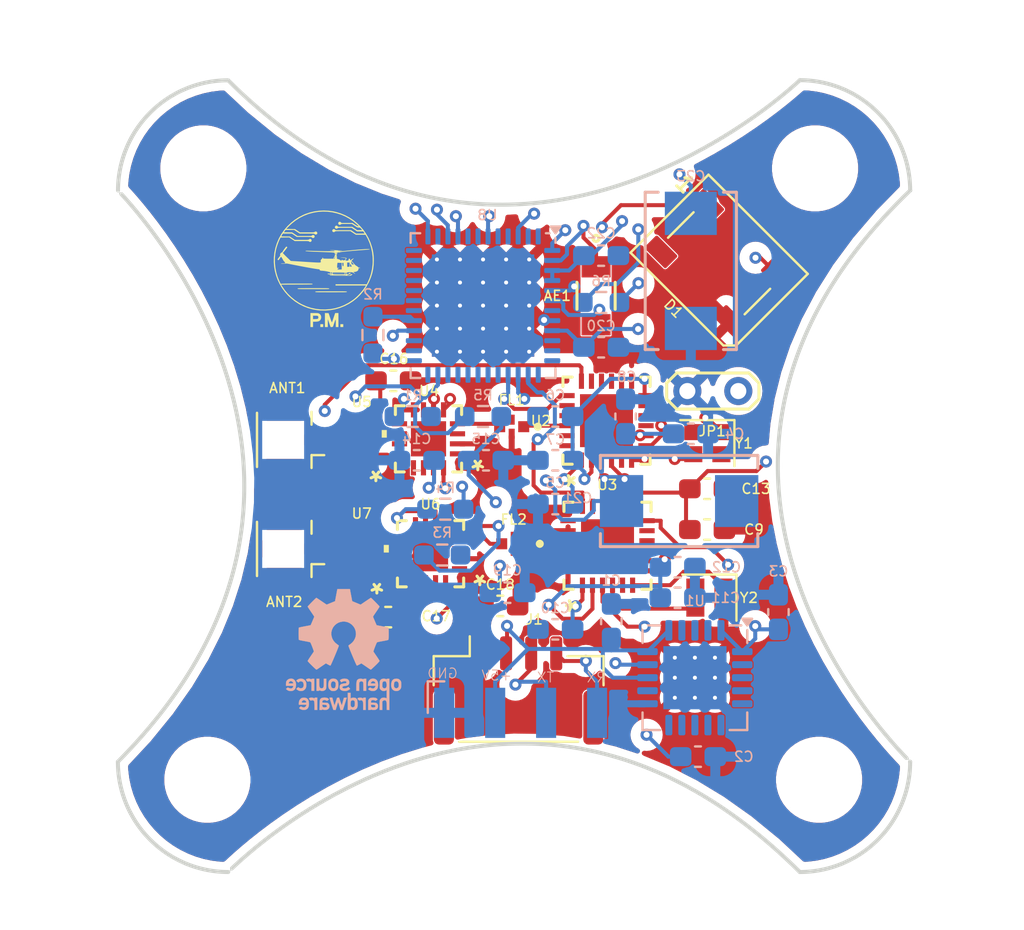
<source format=kicad_pcb>
(kicad_pcb (version 20240108) (generator "pcbnew") (generator_version "8.0")
  (layers (0 "F.Cu" signal) (1 "In1.Cu" signal) (2 "In2.Cu" signal) (31 "B.Cu" signal) (34 "B.Paste" user) (35 "F.Paste" user) (36 "B.SilkS" user "B.Silkscreen") (37 "F.SilkS" user "F.Silkscreen") (38 "B.Mask" user) (39 "F.Mask" user) (44 "Edge.Cuts" user))
  (net 0 "")
  (net 1 "Net-(U8-LNA_IN)")
  (net 2 "/RFX2401C_ANT1/ANT1")
  (net 3 "GND")
  (net 4 "/RFX2401C_ANT2/ANT2")
  (net 5 "+5V")
  (net 6 "Net-(U1-NR)")
  (net 7 "+3.3V")
  (net 8 "Net-(U2-VR_PA)")
  (net 9 "/SX1280_ANT1/VDD_INN")
  (net 10 "Net-(U3-VR_PA)")
  (net 11 "/SX1280_ANT2/VDD_INN")
  (net 12 "/RFX2401C_ANT1/FL1")
  (net 13 "/RFX2401C_ANT2/FL2")
  (net 14 "Net-(U8-EN)")
  (net 15 "Net-(D1-DIN)")
  (net 17 "/RFX2401C_ANT1/TXRX_1")
  (net 18 "/SX1280_ANT1/RFIO")
  (net 19 "/RFX2401C_ANT2/TXRX_2")
  (net 20 "/SX1280_ANT2/RFIO")
  (net 21 "/RX")
  (net 22 "/TX")
  (net 23 "Net-(JP1-A)")
  (net 24 "Net-(U4-TXEN)")
  (net 25 "/ESP32/TXEN_1")
  (net 26 "/ESP32/RXEN_1")
  (net 27 "Net-(U4-RXEN)")
  (net 28 "Net-(U6-TXEN)")
  (net 29 "/ESP32/TXEN_2")
  (net 30 "/ESP32/RXEN_2")
  (net 31 "Net-(U6-RXEN)")
  (net 38 "/ESP32/DIO1")
  (net 39 "/SCK")
  (net 40 "/MOSI")
  (net 42 "Net-(U2-XTA)")
  (net 45 "/BUSY_1")
  (net 46 "/RESET")
  (net 47 "/ESP32/NSS_CTS_1")
  (net 48 "Net-(U2-XTB)")
  (net 49 "/MISO")
  (net 53 "/ESP32/NSS_CTS_2")
  (net 54 "Net-(U3-XTB)")
  (net 55 "/ESP32/DIO2")
  (net 56 "Net-(U3-XTA)")
  (net 57 "/BUSY_2")
  (footprint "Capacitor_SMD:C_0603_1608Metric_Pad1.08x0.95mm_HandSolder" (layer "F.Cu") (at 140.9711 82.6008)
    (property "Reference" "C16")
    (property "Value" "220pF" (hide yes))
  )
  (footprint "Connector_Coaxial:U.FL_Hirose_U.FL-R-SMT-1_Vertical" (layer "F.Cu") (at 136.0094 85.5454 180)
    (property "Reference" "ANT1")
    (property "Value" "Conn_Coaxial" (hide yes))
  )
  (footprint "Crystal:Crystal_SMD_2016-4Pin_2.0x1.6mm" (layer "F.Cu") (at 156.6276 85.7084 180)
    (property "Reference" "Y1")
    (property "Value" "52MHz" (hide yes))
  )
  (footprint "RFX2401C:RFX2401C_SKY" (layer "F.Cu") (at 142.8266 91.2248 180)
    (property "Reference" "U6")
    (property "Value" "RFX2401C" (hide yes))
  )
  (footprint "MountingHole:MountingHole_4mm" (layer "F.Cu") (at 162 72)
    (property "Reference" "hole1" (hide yes))
    (property "Value" "MountingHole_4mm" (hide yes))
  )
  (footprint "MountingHole:MountingHole_4mm" (layer "F.Cu") (at 162.2 102.5)
    (property "Reference" "hole4" (hide yes))
    (property "Value" "MountingHole_4mm" (hide yes))
  )
  (footprint "2450FM07D0034T:2450FM07D0034T" (layer "F.Cu") (at 146.8724 84.8868 180)
    (property "Reference" "FL1")
    (property "Value" "2450FM07D0034T" (hide yes))
  )
  (footprint "2450LP14B100:CHIP_SMD_1P6XP8_JOD" (layer "F.Cu") (at 139.3198 85.5328 180)
    (property "Reference" "U5")
    (property "Value" "2450LP14B100" (hide yes))
  )
  (footprint "2450LP14B100:CHIP_SMD_1P6XP8_JOD" (layer "F.Cu") (at 139.369 91.1352 180)
    (property "Reference" "U7")
    (property "Value" "2450LP14B100" (hide yes))
  )
  (footprint "Crystal:Crystal_SMD_2016-4Pin_2.0x1.6mm" (layer "F.Cu") (at 156.7292 93.4124 180)
    (property "Reference" "Y2")
    (property "Value" "52MHz" (hide yes))
  )
  (footprint "TestPoint:TestPoint_2Pads_Pitch2.54mm_Drill0.8mm" (layer "F.Cu") (at 158.1712 83.1088 180)
    (property "Reference" "JP1")
    (property "Value" "Jumper_2_Bridged" (hide yes))
  )
  (footprint "RFX2401C:RFX2401C_SKY" (layer "F.Cu") (at 142.725 85.4924 180)
    (property "Reference" "U4")
    (property "Value" "RFX2401C" (hide yes))
  )
  (footprint "" (layer "F.Cu") (at 131.5 72)
    (property "Reference" "hole2" (hide yes))
    (property "Value" "")
  )
  (footprint "Capacitor_SMD:C_0603_1608Metric_Pad1.08x0.95mm_HandSolder" (layer "F.Cu") (at 146.3051 93.8276)
    (property "Reference" "C18")
    (property "Value" "220pF" (hide yes))
  )
  (footprint "" (layer "F.Cu") (at 131.7 102.5)
    (property "Reference" "hole3" (hide yes))
    (property "Value" "" (hide yes))
  )
  (footprint "Connector_Coaxial:U.FL_Hirose_U.FL-R-SMT-1_Vertical" (layer "F.Cu") (at 136.0094 90.9846 180)
    (property "Reference" "ANT2")
    (property "Value" "Conn_Coaxial" (hide yes))
  )
  (footprint "2450FM07D0034T:2450FM07D0034T" (layer "F.Cu") (at 146.974 90.7288 180)
    (property "Reference" "FL2")
    (property "Value" "2450FM07D0034T" (hide yes))
  )
  (footprint "Connector_JST:JST_GH_SM04B-GHS-TB_1x04-1MP_P1.25mm_Horizontal" (layer "F.Cu") (at 147.2184 98.044)
    (property "Reference" "J1")
    (property "Value" "Conn_01x04_Pin" (hide yes))
  )
  (footprint "Capacitor_SMD:C_0603_1608Metric_Pad1.08x0.95mm_HandSolder" (layer "F.Cu") (at 156.6175 90.0176)
    (property "Reference" "C9")
    (property "Value" "100nF" (hide yes))
  )
  (footprint "LED_SMD:LED_WS2812B_PLCC4_5.0x5.0mm_P3.2mm" (layer "F.Cu") (at 157.2144 76.7344 -45)
    (property "Reference" "D1")
    (property "Value" "WS2812B" (hide yes))
  )
  (footprint "Capacitor_SMD:C_0603_1608Metric_Pad1.08x0.95mm_HandSolder" (layer "F.Cu") (at 140.7171 94.3864)
    (property "Reference" "C17")
    (property "Value" "220pF" (hide yes))
  )
  (footprint "SX1280IMLTRT:QFN24_4X4_SEM" (layer "F.Cu") (at 151.6507 90.8264 90)
    (property "Reference" "U3")
    (property "Value" "SX1280IMLTRT" (hide yes))
  )
  (footprint "SX1280IMLTRT:QFN24_4X4_SEM" (layer "F.Cu") (at 151.5999 84.586 90)
    (property "Reference" "U2")
    (property "Value" "SX1280IMLTRT" (hide yes))
  )
  (footprint "Capacitor_SMD:C_0603_1608Metric_Pad1.08x0.95mm_HandSolder" (layer "F.Cu") (at 156.6175 87.9856)
    (property "Reference" "C13")
    (property "Value" "100nF" (hide yes))
  )
  (footprint "logo:logo" (layer "F.Cu") (at 137.5 77)
    (property "Reference" "G***" (hide yes))
    (property "Value" "LOGO" (hide yes))
  )
  (footprint "W3008:ANT_W3008_PUL" (layer "F.Cu") (at 151.0792 78.3562 -90)
    (property "Reference" "AE1")
    (property "Value" "W3008")
  )
  (footprint "Capacitor_SMD:C_0603_1608Metric_Pad1.08x0.95mm_HandSolder" (layer "B.Cu") (at 152.5524 84.3777 90)
    (property "Reference" "C8")
    (property "Value" "100nF" (hide yes))
  )
  (footprint "Capacitor_SMD:C_0603_1608Metric_Pad1.08x0.95mm_HandSolder" (layer "B.Cu") (at 145.5928 86.5632)
    (property "Reference" "C15")
    (property "Value" "1uF" (hide yes))
  )
  (footprint "ECASD40J106M055K00:ECASD40J106M055K00" (layer "B.Cu") (at 155.2194 88.5952 180)
    (property "Reference" "C21")
    (property "Value" "10uF" (hide yes))
  )
  (footprint "Resistor_SMD:R_0603_1608Metric_Pad0.98x0.95mm_HandSolder" (layer "B.Cu") (at 139.954 80.3129 -90)
    (property "Reference" "R2")
    (property "Value" "10K" (hide yes))
  )
  (footprint "Resistor_SMD:R_0603_1608Metric_Pad0.98x0.95mm_HandSolder" (layer "B.Cu") (at 145.4423 84.3788 180)
    (property "Reference" "R5")
    (property "Value" "10K" (hide yes))
  )
  (footprint "Capacitor_SMD:C_0603_1608Metric_Pad1.08x0.95mm_HandSolder" (layer "B.Cu") (at 155.1443 93.4212)
    (property "Reference" "C11")
    (property "Value" "10nF" (hide yes))
  )
  (footprint "Resistor_SMD:R_0603_1608Metric_Pad0.98x0.95mm_HandSolder" (layer "B.Cu") (at 141.9371 84.3788 180)
    (property "Reference" "R1")
    (property "Value" "10K" (hide yes))
  )
  (footprint "Symbol:OSHW-Logo_5.7x6mm_SilkScreen" (layer "B.Cu") (at 138.5 96 180)
    (property "Reference" "REF**" (hide yes))
    (property "Value" "OSHW-Logo_5.7x6mm_SilkScreen" (hide yes))
  )
  (footprint "Resistor_SMD:R_0603_1608Metric_Pad0.98x0.95mm_HandSolder" (layer "B.Cu") (at 143.5627 89.0016 180)
    (property "Reference" "R4")
    (property "Value" "10K" (hide yes))
  )
  (footprint "Connector_Harwin:Harwin_M20-89004xx_1x04_P2.54mm_Horizontal" (layer "B.Cu") (at 147.32 104.6866 -90)
    (property "Reference" "J2" (hide yes))
    (property "Value" "Conn_01x04_Socket" (hide yes))
  )
  (footprint "ECASD40J106M055K00:ECASD40J106M055K00" (layer "B.Cu") (at 155.8036 77.1144 90)
    (property "Reference" "C23")
    (property "Value" "10uF" (hide yes))
  )
  (footprint "Package_DFN_QFN:QFN-48-1EP_7x7mm_P0.5mm_EP5.1x5.1mm_ThermalVias" (layer "B.Cu") (at 145.4448 78.8456 180)
    (property "Reference" "U8")
    (property "Value" "ESP32-PICO-D4" (hide yes))
  )
  (footprint "Capacitor_SMD:C_0603_1608Metric_Pad1.08x0.95mm_HandSolder" (layer "B.Cu") (at 149.0472 88.7476)
    (property "Reference" "C5")
    (property "Value" "10nF" (hide yes))
  )
  (footprint "Capacitor_SMD:C_0603_1608Metric_Pad1.08x0.95mm_HandSolder" (layer "B.Cu") (at 151.8412 94.5907 90)
    (property "Reference" "C1")
    (property "Value" "10uF" (hide yes))
  )
  (footprint "Resistor_SMD:R_0603_1608Metric_Pad0.98x0.95mm_HandSolder" (layer "B.Cu") (at 151.3332 78.6892 180)
    (property "Reference" "R6")
    (property "Value" "10K" (hide yes))
  )
  (footprint "Capacitor_SMD:C_0603_1608Metric_Pad1.08x0.95mm_HandSolder" (layer "B.Cu") (at 160.1724 94.1335 90)
    (property "Reference" "C3")
    (property "Value" "47uF" (hide yes))
  )
  (footprint "Capacitor_SMD:C_0603_1608Metric_Pad1.08x0.95mm_HandSolder" (layer "B.Cu") (at 151.3321 76.3524)
    (property "Reference" "C22")
    (property "Value" "100nF" (hide yes))
  )
  (footprint "Capacitor_SMD:C_0603_1608Metric_Pad1.08x0.95mm_HandSolder" (layer "B.Cu") (at 149.0472 84.3788 180)
    (property "Reference" "C6")
    (property "Value" "10nF" (hide yes))
  )
  (footprint "Capacitor_SMD:C_0603_1608Metric_Pad1.08x0.95mm_HandSolder" (layer "B.Cu") (at 142.1395 86.5632 180)
    (property "Reference" "C14")
    (property "Value" "220pF" (hide yes))
  )
  (footprint "Capacitor_SMD:C_0603_1608Metric_Pad1.08x0.95mm_HandSolder" (layer "B.Cu") (at 151.3321 80.9244 180)
    (property "Reference" "C20")
    (property "Value" "0.1uF" (hide yes))
  )
  (footprint "Resistor_SMD:R_0603_1608Metric_Pad0.98x0.95mm_HandSolder" (layer "B.Cu") (at 143.4103 91.2876 180)
    (property "Reference" "R3")
    (property "Value" "10K" (hide yes))
  )
  (footprint "Capacitor_SMD:C_0603_1608Metric_Pad1.08x0.95mm_HandSolder" (layer "B.Cu") (at 155.8025 85.2424)
    (property "Reference" "C4")
    (property "Value" "100nF" (hide yes))
  )
  (footprint "Capacitor_SMD:C_0603_1608Metric_Pad1.08x0.95mm_HandSolder" (layer "B.Cu") (at 149.0461 86.5632 180)
    (property "Reference" "C7")
    (property "Value" "470nF" (hide yes))
  )
  (footprint "Capacitor_SMD:C_0603_1608Metric_Pad1.08x0.95mm_HandSolder" (layer "B.Cu") (at 146.6607 93.1672)
    (property "Reference" "C19")
    (property "Value" "1uF" (hide yes))
  )
  (footprint "Capacitor_SMD:C_0603_1608Metric_Pad1.08x0.95mm_HandSolder" (layer "B.Cu") (at 155.1443 91.8972)
    (property "Reference" "C12")
    (property "Value" "470nF" (hide yes))
  )
  (footprint "Capacitor_SMD:C_0603_1608Metric_Pad1.08x0.95mm_HandSolder" (layer "B.Cu") (at 149.0483 94.996)
    (property "Reference" "C10")
    (property "Value" "10nF" (hide yes))
  )
  (footprint "Package_DFN_QFN:Texas_RGW0020A_VQFN-20-1EP_5x5mm_P0.65mm_EP3.15x3.15mm_ThermalVias" (layer "B.Cu") (at 156.0068 97.4087 180)
    (property "Reference" "U1")
    (property "Value" "TPS7A4701xRGW" (hide yes))
  )
  (footprint "Capacitor_SMD:C_0603_1608Metric_Pad1.08x0.95mm_HandSolder" (layer "B.Cu") (at 156.1603 101.346)
    (property "Reference" "C2")
    (property "Value" "1uF" (hide yes))
  )
  (gr_line (start 166.7392 101.6012) (end 166.740101 101.599975) (stroke (width 0.2)) (layer "Edge.Cuts"))
  (gr_arc (start 127.24538 73.1012) (mid 128.851392 69.217765) (end 132.733017 67.607383) (stroke (width 0.2)) (layer "Edge.Cuts"))
  (gr_curve (pts (xy 132.7392 67.611247) (xy 146.738922 81.570386) (xy 161.2392 67.6012) (xy 161.2392 67.6012)) (stroke (width 0.2)) (layer "Edge.Cuts"))
  (gr_curve (pts (xy 161.2392 107.1012) (xy 146.724643 92.678549) (xy 132.7392 107.104197) (xy 132.7392 107.1012)) (stroke (width 0.2)) (layer "Edge.Cuts"))
  (gr_curve (pts (xy 166.74117 73.1012) (xy 151.890177 87.371493) (xy 166.740177 101.599975) (xy 166.740101 101.599975)) (stroke (width 0.2)) (layer "Edge.Cuts"))
  (gr_curve (pts (xy 127.239223 101.6012) (xy 141.417583 87.300732) (xy 127.240223 73.101892) (xy 127.240269 73.101872)) (stroke (width 0.2)) (layer "Edge.Cuts"))
  (gr_arc (start 132.7392 107.1012) (mid 128.850113 105.490287) (end 127.2392 101.6012) (stroke (width 0.2)) (layer "Edge.Cuts"))
  (gr_arc (start 166.739672 101.6012) (mid 165.128386 105.490718) (end 161.238731 107.101672) (stroke (width 0.2)) (layer "Edge.Cuts"))
  (gr_arc (start 161.2392 67.6012) (mid 165.128287 69.212113) (end 166.7392 73.1012) (stroke (width 0.2)) (layer "Edge.Cuts"))
  (gr_line (start 166.74117 73.100615) (end 166.7392 73.1012) (stroke (width 0.2)) (layer "Edge.Cuts"))
  (segment (start 151.0792 76.9112) (end 151.0792 76.0789) (width 0.2) (layer "F.Cu") (net 1))
  (segment (start 151.0792 76.0789) (end 150.4513 75.451) (width 0.2) (layer "F.Cu") (net 1))
  (segment (start 150.4513 75.451) (end 150.4513 74.8684) (width 0.2) (layer "F.Cu") (net 1))
  (via (at 150.4513 74.8684) (size 0.6) (drill 0.3) (layers "F.Cu" "B.Cu") (net 1))
  (segment (start 149.6295 76.2859) (end 149.6295 75.8911) (width 0.2) (layer "B.Cu") (net 1))
  (segment (start 149.6295 75.8911) (end 150.4513 75.0693) (width 0.2) (layer "B.Cu") (net 1))
  (segment (start 149.3198 76.5956) (end 149.6295 76.2859) (width 0.2) (layer "B.Cu") (net 1))
  (segment (start 150.4513 75.0693) (end 150.4513 74.8684) (width 0.2) (layer "B.Cu") (net 1))
  (segment (start 148.8948 76.5956) (end 149.3198 76.5956) (width 0.2) (layer "B.Cu") (net 1))
  (segment (start 138.7285 85.5391) (end 138.735 85.5328) (width 0.2) (layer "F.Cu") (net 2))
  (segment (start 137.059 85.5454) (end 137.0594 85.5454) (width 0.2) (layer "F.Cu") (net 2))
  (segment (start 138.7285 85.5391) (end 138.7348 85.5328) (width 0.2) (layer "F.Cu") (net 2))
  (segment (start 137.0594 85.5454) (end 138.722 85.5454) (width 0.2) (layer "F.Cu") (net 2))
  (segment (start 138.722 85.5454) (end 138.7285 85.5391) (width 0.2) (layer "F.Cu") (net 2))
  (segment (start 138.784 91.1352) (end 137.21 91.1352) (width 0.2) (layer "F.Cu") (net 4))
  (segment (start 137.1345 91.0599) (end 137.0594 90.9848) (width 0.2) (layer "F.Cu") (net 4))
  (segment (start 137.21 91.1352) (end 137.1345 91.0599) (width 0.2) (layer "F.Cu") (net 4))
  (segment (start 137.0594 90.9848) (end 137.0594 90.9846) (width 0.2) (layer "F.Cu") (net 4))
  (segment (start 137.1345 91.0599) (end 137.059 90.9846) (width 0.2) (layer "F.Cu") (net 4))
  (segment (start 146.5934 96.194) (end 146.6416 96.1458) (width 0.2) (layer "F.Cu") (net 5))
  (segment (start 156.6487 73.8353) (end 152.323 73.8353) (width 0.2) (layer "F.Cu") (net 5))
  (segment (start 152.323 73.8353) (end 151.3779 74.7804) (width 0.2) (layer "F.Cu") (net 5))
  (segment (start 151.3779 74.7804) (end 151.3779 74.9391) (width 0.2) (layer "F.Cu") (net 5))
  (segment (start 146.6416 96.1458) (end 146.6416 94.8234) (width 0.2) (layer "F.Cu") (net 5))
  (via (at 151.3779 74.9391) (size 0.6) (drill 0.3) (layers "F.Cu" "B.Cu") (net 5))
  (via (at 146.6416 94.8234) (size 0.6) (drill 0.3) (layers "F.Cu" "B.Cu") (net 5))
  (segment (start 153.5772 96.0416) (end 151.8412 96.0416) (width 0.2) (layer "B.Cu") (net 5))
  (segment (start 151.9176 97.4087) (end 153.6443 97.4087) (width 0.2) (layer "B.Cu") (net 5))
  (segment (start 147.6874 95.9725) (end 146.05 97.6099) (width 0.2) (layer "B.Cu") (net 5))
  (segment (start 151.4158 96.0416) (end 151.8412 96.0416) (width 0.2) (layer "B.Cu") (net 5))
  (segment (start 151.3467 95.9725) (end 147.6874 95.9725) (width 0.2) (layer "B.Cu") (net 5))
  (segment (start 151.4158 96.0416) (end 151.3467 95.9725) (width 0.2) (layer "B.Cu") (net 5))
  (segment (start 151.8412 96.0416) (end 151.8412 95.4532) (width 0.2) (layer "B.Cu") (net 5))
  (segment (start 151.4158 96.0416) (end 151.4158 96.9069) (width 0.2) (layer "B.Cu") (net 5))
  (segment (start 154.7068 95.0462) (end 153.6443 96.1087) (width 0.2) (layer "B.Cu") (net 5))
  (segment (start 153.6443 96.1087) (end 153.5772 96.0416) (width 0.2) (layer "B.Cu") (net 5))
  (segment (start 146.05 99.1616) (end 146.05 97.6099) (width 0.2) (layer "B.Cu") (net 5))
  (segment (start 146.6416 94.9267) (end 147.6874 95.9725) (width 0.2) (layer "B.Cu") (net 5))
  (segment (start 146.6416 94.8234) (end 146.6416 94.9267) (width 0.2) (layer "B.Cu") (net 5))
  (segment (start 151.4158 96.9069) (end 151.9176 97.4087) (width 0.2) (layer "B.Cu") (net 5))
  (via (at 153.5968 100.2566) (size 0.6) (drill 0.3) (layers "F.Cu" "B.Cu") (net 6))
  (via (at 152.0456 96.6812) (size 0.6) (drill 0.3) (layers "F.Cu" "B.Cu") (net 6))
  (segment (start 154.6862 101.346) (end 155.2978 101.346) (width 0.2) (layer "B.Cu") (net 6))
  (segment (start 153.6443 96.7587) (end 152.1231 96.7587) (width 0.2) (layer "B.Cu") (net 6))
  (segment (start 153.5968 100.2566) (end 154.6862 101.346) (width 0.2) (layer "B.Cu") (net 6))
  (segment (start 152.1231 96.7587) (end 152.0456 96.6812) (width 0.2) (layer "B.Cu") (net 6))
  (segment (start 155.5654 88.1752) (end 155.5654 89.828) (width 0.2) (layer "F.Cu") (net 7))
  (segment (start 151.9007 88.8579) (end 151.9007 88.1752) (width 0.2) (layer "F.Cu") (net 7))
  (segment (start 143.5766 92.6702) (end 143.5766 93.3505) (width 0.2) (layer "F.Cu") (net 7))
  (segment (start 155.5654 88.1752) (end 151.9007 88.1752) (width 0.2) (layer "F.Cu") (net 7))
  (segment (start 143.475 86.9378) (end 143.475 87.8728) (width 0.2) (layer "F.Cu") (net 7))
  (segment (start 143.1362 94.4535) (end 143.9079 93.6818) (width 0.2) (layer "F.Cu") (net 7))
  (segment (start 143.9079 93.6818) (end 143.5766 93.3505) (width 0.2) (layer "F.Cu") (net 7))
  (segment (start 156.6404 87.1002) (end 155.755 87.9856) (width 0.2) (layer "F.Cu") (net 7))
  (segment (start 144.0537 93.8276) (end 143.9079 93.6818) (width 0.2) (layer "F.Cu") (net 7))
  (segment (start 159.5542 86.6254) (end 159.0794 87.1002) (width 0.2) (layer "F.Cu") (net 7))
  (segment (start 143.475 87.8728) (end 143.5633 87.9611) (width 0.2) (layer "F.Cu") (net 7))
  (segment (start 155.755 87.9856) (end 155.5654 88.1752) (width 0.2) (layer "F.Cu") (net 7))
  (segment (start 159.0794 87.1002) (end 156.6404 87.1002) (width 0.2) (layer "F.Cu") (net 7))
  (segment (start 145.4426 93.8276) (end 144.0537 93.8276) (width 0.2) (layer "F.Cu") (net 7))
  (segment (start 155.5654 89.828) (end 155.755 90.0176) (width 0.2) (layer "F.Cu") (net 7))
  (via (at 143.1362 94.4535) (size 0.6) (drill 0.3) (layers "F.Cu" "B.Cu") (net 7))
  (via (at 143.5633 87.9611) (size 0.6) (drill 0.3) (layers "F.Cu" "B.Cu") (net 7))
  (via (at 142.7365 87.9352) (size 0.6) (drill 0.3) (layers "F.Cu" "B.Cu") (net 7))
  (via (at 146.0799 88.6569) (size 0.6) (drill 0.3) (layers "F.Cu" "B.Cu") (net 7))
  (via (at 159.0152 94.8338) (size 0.6) (drill 0.3) (layers "F.Cu" "B.Cu") (net 7))
  (via (at 146.2851 91.8216) (size 0.6) (drill 0.3) (layers "F.Cu" "B.Cu") (net 7))
  (via (at 153.1941 77.7262) (size 0.6) (drill 0.3) (layers "F.Cu" "B.Cu") (net 7))
  (via (at 142.0783 74.0124) (size 0.6) (drill 0.3) (layers "F.Cu" "B.Cu") (net 7))
  (via (at 155.2376 72.2976) (size 0.6) (drill 0.3) (layers "F.Cu" "B.Cu") (net 7))
  (via (at 159.5542 86.6254) (size 0.6) (drill 0.3) (layers "F.Cu" "B.Cu") (net 7))
  (via (at 145.7547 74.3847) (size 0.6) (drill 0.3) (layers "F.Cu" "B.Cu") (net 7))
  (via (at 149.5449 75.0851) (size 0.6) (drill 0.3) (layers "F.Cu" "B.Cu") (net 7))
  (via (at 147.9911 74.26) (size 0.6) (drill 0.3) (layers "F.Cu" "B.Cu") (net 7))
  (via (at 152.3769 74.6322) (size 0.6) (drill 0.3) (layers "F.Cu" "B.Cu") (net 7))
  (segment (start 159.0152 94.996) (end 159.0152 95.4628) (width 0.2) (layer "B.Cu") (net 7))
  (segment (start 159.0152 94.996) (end 160.1724 94.996) (width 0.2) (layer "B.Cu") (net 7))
  (segment (start 143.002 87.6697) (end 142.7365 87.9352) (width 0.2) (layer "B.Cu") (net 7))
  (segment (start 142.6948 74.6289) (end 142.6948 75.3956) (width 0.2) (layer "B.Cu") (net 7))
  (segment (start 155.8036 74.2442) (end 155.8036 72.863) (width 0.2) (layer "B.Cu") (net 7))
  (segment (start 146.0799 88.6553) (end 146.0799 88.6569) (width 0.2) (layer "B.Cu") (net 7))
  (segment (start 149.5449 75.0851) (end 148.8948 75.7352) (width 0.2) (layer "B.Cu") (net 7))
  (segment (start 154.94 85.2424) (end 154.9378 85.2402) (width 0.2) (layer "B.Cu") (net 7))
  (segment (start 152.2457 78.6892) (end 152.2457 78.6746) (width 0.2) (layer "B.Cu") (net 7))
  (segment (start 145.6948 74.4446) (end 145.6948 75.3956) (width 0.2) (layer "B.Cu") (net 7))
  (segment (start 152.3769 74.6322) (end 152.3769 74.8299) (width 0.2) (layer "B.Cu") (net 7))
  (segment (start 148.8948 77.0956) (end 148.8948 77.5956) (width 0.2) (layer "B.Cu") (net 7))
  (segment (start 144.7303 87.3057) (end 146.0799 88.6553) (width 0.2) (layer "B.Cu") (net 7))
  (segment (start 152.3769 74.8299) (end 150.8544 76.3524) (width 0.2) (layer "B.Cu") (net 7))
  (segment (start 145.7547 74.3847) (end 145.6948 74.4446) (width 0.2) (layer "B.Cu") (net 7))
  (segment (start 148.8948 75.7352) (end 148.8948 76.0956) (width 0.2) (layer "B.Cu") (net 7))
  (segment (start 159.0152 94.8338) (end 159.0152 94.996) (width 0.2) (layer "B.Cu") (net 7))
  (segment (start 154.9378 85.2402) (end 152.5524 85.2402) (width 0.2) (layer "B.Cu") (net 7))
  (segment (start 150.4696 76.3524) (end 149.7264 77.0956) (width 0.2) (layer "B.Cu") (net 7))
  (segment (start 149.7264 77.0956) (end 148.8948 77.0956) (width 0.2) (layer "B.Cu") (net 7))
  (segment (start 147.9911 74.26) (end 147.8962 74.26) (width 0.2) (layer "B.Cu") (net 7))
  (segment (start 145.7982 93.1672) (end 146.2851 92.6803) (width 0.2) (layer "B.Cu") (net 7))
  (segment (start 150.8544 76.3524) (end 150.4696 76.3524) (width 0.2) (layer "B.Cu") (net 7))
  (segment (start 152.2457 78.6746) (end 153.1941 77.7262) (width 0.2) (layer "B.Cu") (net 7))
  (segment (start 144.7303 86.5632) (end 146.3548 84.9387) (width 0.2) (layer "B.Cu") (net 7))
  (segment (start 144.7303 86.5632) (end 144.7303 87.3057) (width 0.2) (layer "B.Cu") (net 7))
  (segment (start 146.2851 92.6803) (end 146.2851 91.8216) (width 0.2) (layer "B.Cu") (net 7))
  (segment (start 147.8962 74.26) (end 147.1948 74.9614) (width 0.2) (layer "B.Cu") (net 7))
  (segment (start 155.2376 72.2976) (end 155.803 72.863) (width 0.2) (layer "B.Cu") (net 7))
  (segment (start 143.002 86.5632) (end 143.002 87.6697) (width 0.2) (layer "B.Cu") (net 7))
  (segment (start 158.3693 96.1087) (end 157.3068 95.0462) (width 0.2) (layer "B.Cu") (net 7))
  (segment (start 146.3548 84.9387) (end 146.3548 84.3788) (width 0.2) (layer "B.Cu") (net 7))
  (segment (start 155.803 72.863) (end 155.8036 72.863) (width 0.2) (layer "B.Cu") (net 7))
  (segment (start 159.0152 95.4628) (end 158.3693 96.1087) (width 0.2) (layer "B.Cu") (net 7))
  (segment (start 142.0783 74.0124) (end 142.6948 74.6289) (width 0.2) (layer "B.Cu") (net 7))
  (segment (start 147.1948 74.9614) (end 147.1948 75.3956) (width 0.2) (layer "B.Cu") (net 7))
  (segment (start 150.35 86.6023) (end 150.3499 86.6022) (width 0.2) (layer "F.Cu") (net 8))
  (segment (start 150.35 86.6023) (end 150.35 86.5545) (width 0.2) (layer "F.Cu") (net 8))
  (segment (start 150.3499 86.6022) (end 150.3499 86.5545) (width 0.2) (layer "F.Cu") (net 8))
  (segment (start 150.35 86.6501) (end 150.35 86.6023) (width 0.2) (layer "F.Cu") (net 8))
  (segment (start 149.5 87.5) (end 150.35 86.6501) (width 0.2) (layer "F.Cu") (net 8))
  (via (at 149.5 87.5) (size 0.6) (drill 0.3) (layers "F.Cu" "B.Cu") (net 8))
  (segment (start 149.5 87.5) (end 149.91 87.9097) (width 0.2) (layer "B.Cu") (net 8))
  (segment (start 149.91 87.9097) (end 149.91 88.7476) (width 0.2) (layer "B.Cu") (net 8))
  (segment (start 149.9097 88.7476) (end 149.91 88.7476) (width 0.2) (layer "B.Cu") (net 8))
  (segment (start 150.85 86.5545) (end 150.85 86.8523) (width 0.2) (layer "F.Cu") (net 9))
  (segment (start 153.5 82.5) (end 153.5 83.2676) (width 0.2) (layer "F.Cu") (net 9))
  (segment (start 150.85 86.8523) (end 150.85 87.1501) (width 0.2) (layer "F.Cu") (net 9))
  (segment (start 153.5684 83.336) (end 153.568 83.336) (width 0.2) (layer "F.Cu") (net 9))
  (segment (start 150.85 87.1501) (end 150.5 87.5) (width 0.2) (layer "F.Cu") (net 9))
  (segment (start 150.8499 86.8522) (end 150.8499 86.5545) (width 0.2) (layer "F.Cu") (net 9))
  (segment (start 150.85 86.8523) (end 150.8499 86.8522) (width 0.2) (layer "F.Cu") (net 9))
  (segment (start 153.5 83.2676) (end 153.568 83.336) (width 0.2) (layer "F.Cu") (net 9))
  (via (at 153.5 82.5) (size 0.6) (drill 0.3) (layers "F.Cu" "B.Cu") (net 9))
  (via (at 150.5 87.5) (size 0.6) (drill 0.3) (layers "F.Cu" "B.Cu") (net 9))
  (segment (start 151.788 82.5) (end 153.5 82.5) (width 0.2) (layer "B.Cu") (net 9))
  (segment (start 150.5 87.5) (end 150.5 87.1546) (width 0.2) (layer "B.Cu") (net 9))
  (segment (start 149.9098 84.3788) (end 149.9099 84.3789) (width 0.2) (layer "B.Cu") (net 9))
  (segment (start 149.9086 86.5632) (end 149.909 86.5632) (width 0.2) (layer "B.Cu") (net 9))
  (segment (start 149.909 84.3799) (end 149.9099 84.3789) (width 0.2) (layer "B.Cu") (net 9))
  (segment (start 149.9097 84.3788) (end 149.9098 84.3788) (width 0.2) (layer "B.Cu") (net 9))
  (segment (start 149.91 84.3788) (end 151.788 82.5) (width 0.2) (layer "B.Cu") (net 9))
  (segment (start 149.9099 84.3789) (end 149.91 84.3788) (width 0.2) (layer "B.Cu") (net 9))
  (segment (start 149.909 86.5632) (end 149.909 84.3799) (width 0.2) (layer "B.Cu") (net 9))
  (segment (start 150.5 87.1546) (end 149.909 86.5632) (width 0.2) (layer "B.Cu") (net 9))
  (segment (start 150.0679 93.848) (end 150.4007 93.5152) (width 0.2) (layer "F.Cu") (net 10))
  (segment (start 150.4007 93.5152) (end 150.4007 92.7949) (width 0.2) (layer "F.Cu") (net 10))
  (via (at 150.0679 93.848) (size 0.6) (drill 0.3) (layers "F.Cu" "B.Cu") (net 10))
  (segment (start 149.9108 94.996) (end 149.9108 94.0051) (width 0.2) (layer "B.Cu") (net 10))
  (segment (start 149.9108 94.0051) (end 150.0679 93.848) (width 0.2) (layer "B.Cu") (net 10))
  (segment (start 157.6625 91.7723) (end 156.7884 90.8982) (width 0.2) (layer "F.Cu") (net 11))
  (segment (start 148.717 93.7713) (end 149.4132 94.4675) (width 0.2) (layer "F.Cu") (net 11))
  (segment (start 155.2607 90.8982) (end 154.3019 89.9394) (width 0.2) (layer "F.Cu") (net 11))
  (segment (start 156.7884 90.8982) (end 155.2607 90.8982) (width 0.2) (layer "F.Cu") (net 11))
  (segment (start 150.4049 94.4675) (end 150.9007 93.9717) (width 0.2) (layer "F.Cu") (net 11))
  (segment (start 153.6192 89.5764) (end 154.3019 89.5764) (width 0.2) (layer "F.Cu") (net 11))
  (segment (start 154.3019 89.9394) (end 154.3019 89.5764) (width 0.2) (layer "F.Cu") (net 11))
  (segment (start 149.4132 94.4675) (end 150.4049 94.4675) (width 0.2) (layer "F.Cu") (net 11))
  (segment (start 150.9007 93.9717) (end 150.9007 92.7949) (width 0.2) (layer "F.Cu") (net 11))
  (via (at 157.6625 91.7723) (size 0.6) (drill 0.3) (layers "F.Cu" "B.Cu") (net 11))
  (via (at 148.717 93.7713) (size 0.6) (drill 0.3) (layers "F.Cu" "B.Cu") (net 11))
  (segment (start 154.2818 92.8414) (end 149.6469 92.8414) (width 0.2) (layer "B.Cu") (net 11))
  (segment (start 154.2818 91.8972) (end 154.2818 92.8414) (width 0.2) (layer "B.Cu") (net 11))
  (segment (start 154.2818 92.8414) (end 154.2818 93.4212) (width 0.2) (layer "B.Cu") (net 11))
  (segment (start 149.6469 92.8414) (end 148.717 93.7713) (width 0.2) (layer "B.Cu") (net 11))
  (segment (start 140.109 82.6008) (end 140.2145 82.7064) (width 0.2) (layer "F.Cu") (net 12))
  (segment (start 140.2142 82.7064) (end 140.1086 82.6008) (width 0.2) (layer "F.Cu") (net 12))
  (segment (start 140.1123 85.3253) (end 139.9048 85.5328) (width 0.2) (layer "F.Cu") (net 12))
  (segment (start 140.1125 85.3253) (end 140.1123 85.3253) (width 0.2) (layer "F.Cu") (net 12))
  (segment (start 140.2145 82.7064) (end 140.2142 82.7064) (width 0.2) (layer "F.Cu") (net 12))
  (segment (start 140.32 82.812) (end 140.32 85.1178) (width 0.2) (layer "F.Cu") (net 12))
  (segment (start 140.444 85.2424) (end 140.32 85.1178) (width 0.2) (layer "F.Cu") (net 12))
  (segment (start 140.2145 82.7064) (end 140.32 82.812) (width 0.2) (layer "F.Cu") (net 12))
  (segment (start 140.32 85.1178) (end 140.1125 85.3253) (width 0.2) (layer "F.Cu") (net 12))
  (segment (start 140.1125 85.3253) (end 139.905 85.5328) (width 0.2) (layer "F.Cu") (net 12))
  (segment (start 141.2796 85.2424) (end 140.444 85.2424) (width 0.2) (layer "F.Cu") (net 12))
  (segment (start 141.28 85.2424) (end 141.2796 85.2424) (width 0.2) (layer "F.Cu") (net 12))
  (segment (start 141.381 90.9748) (end 141.3812 90.9748) (width 0.2) (layer "F.Cu") (net 13))
  (segment (start 140.5 91.5) (end 140.319 91.5) (width 0.2) (layer "F.Cu") (net 13))
  (segment (start 140.5 93.741) (end 140.5 91.5) (width 0.2) (layer "F.Cu") (net 13))
  (segment (start 141.025 90.9748) (end 141.381 90.9748) (width 0.2) (layer "F.Cu") (net 13))
  (segment (start 140.1775 94.0637) (end 140.5 93.741) (width 0.2) (layer "F.Cu") (net 13))
  (segment (start 139.855 94.3864) (end 140.1775 94.0637) (width 0.2) (layer "F.Cu") (net 13))
  (segment (start 140.5 91.5) (end 141.025 90.9748) (width 0.2) (layer "F.Cu") (net 13))
  (segment (start 140.319 91.5) (end 139.954 91.1352) (width 0.2) (layer "F.Cu") (net 13))
  (segment (start 140.1773 94.0637) (end 139.8546 94.3864) (width 0.2) (layer "F.Cu") (net 13))
  (segment (start 140.1775 94.0637) (end 140.1773 94.0637) (width 0.2) (layer "F.Cu") (net 13))
  (via (at 148.5784 87.5691) (size 0.6) (drill 0.3) (layers "F.Cu" "B.Cu") (net 14))
  (via (at 153.1753 80.0135) (size 0.6) (drill 0.3) (layers "F.Cu" "B.Cu") (net 14))
  (via (at 153.1851 75.0407) (size 0.6) (drill 0.3) (layers "F.Cu" "B.Cu") (net 14))
  (segment (start 149.0472 89.1947) (end 149.0472 88.0379) (width 0.2) (layer "B.Cu") (net 14))
  (segment (start 152.1122 77.7737) (end 151.3362 77.7737) (width 0.2) (layer "B.Cu") (net 14))
  (segment (start 148.895 80.0956) (end 148.8948 80.0956) (width 0.2) (layer "B.Cu") (net 14))
  (segment (start 152.3492 88.5952) (end 150.968 88.5952) (width 0.2) (layer "B.Cu") (net 14))
  (segment (start 149.0472 88.0379) (end 148.5784 87.5691) (width 0.2) (layer "B.Cu") (net 14))
  (segment (start 151.3362 77.7737) (end 150.4207 78.6892) (width 0.2) (layer "B.Cu") (net 14))
  (segment (start 148.895 80.0956) (end 149.641 80.0956) (width 0.2) (layer "B.Cu") (net 14))
  (segment (start 150.5009 89.5296) (end 149.3821 89.5296) (width 0.2) (layer "B.Cu") (net 14))
  (segment (start 150.4696 80.9241) (end 150.4696 80.9244) (width 0.2) (layer "B.Cu") (net 14))
  (segment (start 149.9159 80.3704) (end 150.4696 80.9241) (width 0.2) (layer "B.Cu") (net 14))
  (segment (start 153.1851 75.0407) (end 153.1851 76.7008) (width 0.2) (layer "B.Cu") (net 14))
  (segment (start 153.1851 76.7008) (end 152.1122 77.7737) (width 0.2) (layer "B.Cu") (net 14))
  (segment (start 149.3821 89.5296) (end 149.0472 89.1947) (width 0.2) (layer "B.Cu") (net 14))
  (segment (start 149.641 80.0956) (end 149.9159 80.3704) (width 0.2) (layer "B.Cu") (net 14))
  (segment (start 150.968 89.0625) (end 150.5009 89.5296) (width 0.2) (layer "B.Cu") (net 14))
  (segment (start 153.1753 80.0135) (end 151.3802 80.0135) (width 0.2) (layer "B.Cu") (net 14))
  (segment (start 151.3802 80.0135) (end 150.4696 80.9241) (width 0.2) (layer "B.Cu") (net 14))
  (segment (start 150.968 88.5952) (end 150.968 89.0625) (width 0.2) (layer "B.Cu") (net 14))
  (segment (start 149.9159 80.3704) (end 150.47 80.9244) (width 0.2) (layer "B.Cu") (net 14))
  (segment (start 159.2726 76.4592) (end 160.1135 77.3001) (width 0.2) (layer "F.Cu") (net 15))
  (segment (start 159.0287 76.4592) (end 159.2726 76.4592) (width 0.2) (layer "F.Cu") (net 15))
  (via (at 159.0287 76.4592) (size 0.6) (drill 0.3) (layers "F.Cu" "B.Cu") (net 15))
  (via (at 143.1464 74.0612) (size 0.6) (drill 0.3) (layers "F.Cu" "B.Cu") (net 15))
  (segment (start 143.1464 74.0612) (end 143.1464 74.293) (width 0.2) (layer "B.Cu") (net 15))
  (segment (start 143.6882 75.389) (end 143.6948 75.3956) (width 0.2) (layer "B.Cu") (net 15))
  (segment (start 143.6882 74.8348) (end 143.6882 75.389) (width 0.2) (layer "B.Cu") (net 15))
  (segment (start 143.1464 74.293) (end 143.6882 74.8348) (width 0.2) (layer "B.Cu") (net 15))
  (segment (start 144.17 84.7424) (end 144.1704 84.7424) (width 0.2) (layer "F.Cu") (net 17))
  (segment (start 146.2 84.8146) (end 146.2002 84.8146) (width 0.2) (layer "F.Cu") (net 17))
  (segment (start 146.2002 84.8146) (end 146.2724 84.8868) (width 0.2) (layer "F.Cu") (net 17))
  (segment (start 146.128 84.7424) (end 146.2 84.8146) (width 0.2) (layer "F.Cu") (net 17))
  (segment (start 146.2 84.8146) (end 146.272 84.8868) (width 0.2) (layer "F.Cu") (net 17))
  (segment (start 144.1704 84.7424) (end 146.128 84.7424) (width 0.2) (layer "F.Cu") (net 17))
  (segment (start 147.4975 84.8614) (end 147.472 84.8868) (width 0.2) (layer "F.Cu") (net 18))
  (segment (start 147.4724 84.8865) (end 147.4724 84.8868) (width 0.2) (layer "F.Cu") (net 18))
  (segment (start 149.631 84.836) (end 149.6314 84.836) (width 0.2) (layer "F.Cu") (net 18))
  (segment (start 147.4975 84.8614) (end 147.4724 84.8865) (width 0.2) (layer "F.Cu") (net 18))
  (segment (start 149.631 84.836) (end 147.523 84.836) (width 0.2) (layer "F.Cu") (net 18))
  (segment (start 147.523 84.836) (end 147.4975 84.8614) (width 0.2) (layer "F.Cu") (net 18))
  (segment (start 145.7973 90.7288) (end 145.5433 90.4748) (width 0.2) (layer "F.Cu") (net 19))
  (segment (start 146.374 90.7288) (end 145.7973 90.7288) (width 0.2) (layer "F.Cu") (net 19))
  (segment (start 145.5433 90.4748) (end 144.272 90.4748) (width 0.2) (layer "F.Cu") (net 19))
  (segment (start 148.4983 91.0764) (end 148.1507 90.7288) (width 0.2) (layer "F.Cu") (net 20))
  (segment (start 147.574 90.7288) (end 148.1507 90.7288) (width 0.2) (layer "F.Cu") (net 20))
  (segment (start 149.6822 91.0764) (end 148.4983 91.0764) (width 0.2) (layer "F.Cu") (net 20))
  (segment (start 150.571 96.5742) (end 149.4736 96.5742) (width 0.2) (layer "F.Cu") (net 21))
  (segment (start 149.4736 96.5742) (end 149.0934 96.194) (width 0.2) (layer "F.Cu") (net 21))
  (via (at 150.571 96.5742) (size 0.6) (drill 0.3) (layers "F.Cu" "B.Cu") (net 21))
  (via (at 144.0898 74.3856) (size 0.6) (drill 0.3) (layers "F.Cu" "B.Cu") (net 21))
  (segment (start 151.13 99.1616) (end 151.13 97.6099) (width 0.2) (layer "B.Cu") (net 21))
  (segment (start 150.571 97.0509) (end 151.13 97.6099) (width 0.2) (layer "B.Cu") (net 21))
  (segment (start 144.1948 74.4906) (end 144.0898 74.3856) (width 0.2) (layer "B.Cu") (net 21))
  (segment (start 144.1948 75.3956) (end 144.1948 74.4906) (width 0.2) (layer "B.Cu") (net 21))
  (segment (start 150.571 96.5742) (end 150.571 97.0509) (width 0.2) (layer "B.Cu") (net 21))
  (segment (start 147.8434 96.9677) (end 147.8434 96.194) (width 0.2) (layer "F.Cu") (net 22))
  (segment (start 147.0587 97.7524) (end 147.8434 96.9677) (width 0.2) (layer "F.Cu") (net 22))
  (via (at 147.0587 97.7524) (size 0.6) (drill 0.3) (layers "F.Cu" "B.Cu") (net 22))
  (segment (start 148.59 99.1616) (end 148.59 97.6099) (width 0.2) (layer "B.Cu") (net 22))
  (segment (start 147.2012 97.6099) (end 147.0587 97.7524) (width 0.2) (layer "B.Cu") (net 22))
  (segment (start 148.59 97.6099) (end 147.2012 97.6099) (width 0.2) (layer "B.Cu") (net 22))
  (via (at 139.0834 83.3758) (size 0.6) (drill 0.3) (layers "F.Cu" "B.Cu") (net 23))
  (segment (start 139.5844 82.8748) (end 141.799 82.8748) (width 0.2) (layer "B.Cu") (net 23))
  (segment (start 143.1948 82.8038) (end 142.5563 83.4423) (width 0.2) (layer "B.Cu") (net 23))
  (segment (start 142.5563 83.4423) (end 142.3665 83.4423) (width 0.2) (layer "B.Cu") (net 23))
  (segment (start 142.0594 84.866) (end 142.3996 85.2062) (width 0.2) (layer "B.Cu") (net 23))
  (segment (start 143.7024 85.2062) (end 144.5298 84.3788) (width 0.2) (layer "B.Cu") (net 23))
  (segment (start 141.799 82.8748) (end 142.3665 83.4423) (width 0.2) (layer "B.Cu") (net 23))
  (segment (start 139.0834 83.3758) (end 139.5844 82.8748) (width 0.2) (layer "B.Cu") (net 23))
  (segment (start 142.3665 83.4423) (end 142.3665 83.5372) (width 0.2) (layer "B.Cu") (net 23))
  (segment (start 142.3665 83.5372) (end 142.0594 83.8443) (width 0.2) (layer "B.Cu") (net 23))
  (segment (start 142.3996 85.2062) (end 143.7024 85.2062) (width 0.2) (layer "B.Cu") (net 23))
  (segment (start 142.0594 83.8443) (end 142.0594 84.866) (width 0.2) (layer "B.Cu") (net 23))
  (segment (start 143.1948 82.2956) (end 143.1948 82.8038) (width 0.2) (layer "B.Cu") (net 23))
  (segment (start 143.8 83.722) (end 143.8 83.5) (width 0.2) (layer "F.Cu") (net 24))
  (segment (start 143.475 84.047) (end 143.8 83.722) (width 0.2) (layer "F.Cu") (net 24))
  (via blind (at 143.8 83.5) (size 0.6) (drill 0.3) (layers "F.Cu" "In1.Cu") (net 24))
  (via blind (at 141.5 83.5) (size 0.6) (drill 0.3) (layers "In1.Cu" "B.Cu") (net 24))
  (segment (start 141.5 83.5) (end 141.5 83.9034) (width 0.2) (layer "B.Cu") (net 24))
  (segment (start 141.5 83.9034) (end 141.2625 84.1411) (width 0.2) (layer "B.Cu") (net 24))
  (segment (start 141.2625 84.1411) (end 141.025 84.3788) (width 0.2) (layer "B.Cu") (net 24))
  (segment (start 141.2623 84.1411) (end 141.0246 84.3788) (width 0.2) (layer "B.Cu") (net 24))
  (segment (start 141.2625 84.1411) (end 141.2623 84.1411) (width 0.2) (layer "B.Cu") (net 24))
  (segment (start 141.9948 79.5956) (end 141.4896 79.5956) (width 0.2) (layer "B.Cu") (net 26))
  (segment (start 141.8 79.4004) (end 141.995 79.5956) (width 0.2) (layer "B.Cu") (net 26))
  (segment (start 141.2944 79.4004) (end 141.8 79.4004) (width 0.2) (layer "B.Cu") (net 26))
  (segment (start 139.954 79.4004) (end 141.2944 79.4004) (width 0.2) (layer "B.Cu") (net 26))
  (segment (start 141.4896 79.5956) (end 141.2944 79.4004) (width 0.2) (layer "B.Cu") (net 26))
  (segment (start 142.975 83.525) (end 143 83.5) (width 0.2) (layer "F.Cu") (net 27))
  (segment (start 142.975 84.047) (end 142.975 83.525) (width 0.2) (layer "F.Cu") (net 27))
  (via blind (at 143 83.5) (size 0.6) (drill 0.3) (layers "F.Cu" "In2.Cu") (net 27))
  (via blind (at 141 81.5) (size 0.6) (drill 0.3) (layers "In2.Cu" "B.Cu") (net 27))
  (segment (start 141 81.5) (end 140.229 81.5) (width 0.2) (layer "B.Cu") (net 27))
  (segment (start 140.229 81.5) (end 139.954 81.2254) (width 0.2) (layer "B.Cu") (net 27))
  (segment (start 143.6383 89.8411) (end 143.5766 89.7794) (width 0.2) (layer "F.Cu") (net 28))
  (segment (start 146.2172 89.8411) (end 143.6383 89.8411) (width 0.2) (layer "F.Cu") (net 28))
  (via (at 146.2172 89.8411) (size 0.6) (drill 0.3) (layers "F.Cu" "B.Cu") (net 28))
  (segment (start 143.2754 92.0652) (end 144.8369 92.0652) (width 0.2) (layer "B.Cu") (net 28))
  (segment (start 142.4978 91.2876) (end 143.2754 92.0652) (width 0.2) (layer "B.Cu") (net 28))
  (segment (start 144.8369 92.0652) (end 146.2172 90.6849) (width 0.2) (layer "B.Cu") (net 28))
  (segment (start 146.2172 90.6849) (end 146.2172 89.8411) (width 0.2) (layer "B.Cu") (net 28))
  (via (at 140.9472 80.3502) (size 0.6) (drill 0.3) (layers "F.Cu" "B.Cu") (net 30))
  (via (at 144.4003 87.8768) (size 0.6) (drill 0.3) (layers "F.Cu" "B.Cu") (net 30))
  (segment (start 141.2018 80.0956) (end 141.9948 80.0956) (width 0.2) (layer "B.Cu") (net 30))
  (segment (start 144.4752 87.9517) (end 144.4003 87.8768) (width 0.2) (layer "B.Cu") (net 30))
  (segment (start 140.9472 80.3502) (end 141.2018 80.0956) (width 0.2) (layer "B.Cu") (net 30))
  (segment (start 144.4752 89.0016) (end 144.4752 87.9517) (width 0.2) (layer "B.Cu") (net 30))
  (segment (start 143.0766 89.0991) (end 141.4968 89.0991) (width 0.2) (layer "F.Cu") (net 31))
  (segment (start 143.0766 89.7794) (end 143.0766 89.0991) (width 0.2) (layer "F.Cu") (net 31))
  (segment (start 141.4968 89.0991) (end 141.1528 89.4431) (width 0.2) (layer "F.Cu") (net 31))
  (via (at 141.1528 89.4431) (size 0.6) (drill 0.3) (layers "F.Cu" "B.Cu") (net 31))
  (segment (start 142.6502 89.0016) (end 141.5943 89.0016) (width 0.2) (layer "B.Cu") (net 31))
  (segment (start 141.5943 89.0016) (end 141.1528 89.4431) (width 0.2) (layer "B.Cu") (net 31))
  (segment (start 153.568 85.336) (end 153.292 85.336) (width 0.2) (layer "F.Cu") (net 38))
  (segment (start 153.568 85.336) (end 153.5684 85.336) (width 0.2) (layer "F.Cu") (net 38))
  (segment (start 153.292 85.336) (end 153.271 85.3151) (width 0.2) (layer "F.Cu") (net 38))
  (via blind (at 153.271 85.3151) (size 0.6) (drill 0.3) (layers "F.Cu" "In2.Cu") (net 38))
  (via blind (at 151.245 79.0488) (size 0.6) (drill 0.3) (layers "In2.Cu" "B.Cu") (net 38))
  (segment (start 149.295 78.5956) (end 148.895 78.5956) (width 0.2) (layer "B.Cu") (net 38))
  (segment (start 150.98 79.3142) (end 149.71 79.3142) (width 0.2) (layer "B.Cu") (net 38))
  (segment (start 149.71 79.3142) (end 149.445 79.0488) (width 0.2) (layer "B.Cu") (net 38))
  (segment (start 148.8948 78.5956) (end 148.895 78.5956) (width 0.2) (layer "B.Cu") (net 38))
  (segment (start 151.245 79.0488) (end 150.98 79.3142) (width 0.2) (layer "B.Cu") (net 38))
  (segment (start 149.445 79.0488) (end 149.445 78.7456) (width 0.2) (layer "B.Cu") (net 38))
  (segment (start 149.445 78.7456) (end 149.295 78.5956) (width 0.2) (layer "B.Cu") (net 38))
  (segment (start 148.3267 88.1752) (end 147.9648 87.8133) (width 0.2) (layer "F.Cu") (net 39))
  (segment (start 150.2383 81.8232) (end 139.5178 81.8232) (width 0.2) (layer "F.Cu") (net 39))
  (segment (start 150.4007 88.8579) (end 150.4007 88.1752) (width 0.2) (layer "F.Cu") (net 39))
  (segment (start 150.3499 82.6175) (end 150.3499 81.9348) (width 0.2) (layer "F.Cu") (net 39))
  (segment (start 150.3499 81.9348) (end 150.2383 81.8232) (width 0.2) (layer "F.Cu") (net 39))
  (segment (start 147.9648 85.7212) (end 148.1744 85.5116) (width 0.2) (layer "F.Cu") (net 39))
  (segment (start 137.5526 83.7884) (end 137.5526 84.1034) (width 0.2) (layer "F.Cu") (net 39))
  (segment (start 147.9648 87.8133) (end 147.9648 85.7212) (width 0.2) (layer "F.Cu") (net 39))
  (segment (start 139.5178 81.8232) (end 137.5526 83.7884) (width 0.2) (layer "F.Cu") (net 39))
  (segment (start 150.4007 88.1752) (end 148.3267 88.1752) (width 0.2) (layer "F.Cu") (net 39))
  (via (at 137.5526 84.1034) (size 0.6) (drill 0.3) (layers "F.Cu" "B.Cu") (net 39))
  (via (at 148.1744 85.5116) (size 0.6) (drill 0.3) (layers "F.Cu" "B.Cu") (net 39))
  (segment (start 149.0248 83.8044) (end 149.0248 84.8802) (width 0.2) (layer "B.Cu") (net 39))
  (segment (start 147.6948 82.7216) (end 148.1513 83.1781) (width 0.2) (layer "B.Cu") (net 39))
  (segment (start 148.1513 83.1781) (end 148.3985 83.1781) (width 0.2) (layer "B.Cu") (net 39))
  (segment (start 147.6948 82.2956) (end 147.6948 82.7216) (width 0.2) (layer "B.Cu") (net 39))
  (segment (start 148.3934 85.5116) (end 148.1744 85.5116) (width 0.2) (layer "B.Cu") (net 39))
  (segment (start 149.0248 84.8802) (end 148.3934 85.5116) (width 0.2) (layer "B.Cu") (net 39))
  (segment (start 148.3985 83.1781) (end 149.0248 83.8044) (width 0.2) (layer "B.Cu") (net 39))
  (segment (start 155.9276 86.2586) (end 155.9276 86.2584) (width 0.2) (layer "F.Cu") (net 42))
  (segment (start 151.85 86.7022) (end 151.85 86.8499) (width 0.2) (layer "F.Cu") (net 42))
  (segment (start 155.686 86.5) (end 155.807 86.3792) (width 0.2) (layer "F.Cu") (net 42))
  (segment (start 151.85 86.5545) (end 151.85 86.7022) (width 0.2) (layer "F.Cu") (net 42))
  (segment (start 151.8499 86.7021) (end 151.8499 86.5545) (width 0.2) (layer "F.Cu") (net 42))
  (segment (start 155.807 86.3792) (end 155.9276 86.2586) (width 0.2) (layer "F.Cu") (net 42))
  (segment (start 155 86.5) (end 155.686 86.5) (width 0.2) (layer "F.Cu") (net 42))
  (segment (start 151.85 86.8499) (end 152.5 87.5) (width 0.2) (layer "F.Cu") (net 42))
  (segment (start 155.807 86.3792) (end 155.928 86.2584) (width 0.2) (layer "F.Cu") (net 42))
  (segment (start 151.85 86.7022) (end 151.8499 86.7021) (width 0.2) (layer "F.Cu") (net 42))
  (via blind (at 152.5 87.5) (size 0.6) (drill 0.3) (layers "F.Cu" "In1.Cu") (net 42))
  (via blind (at 155 86.5) (size 0.6) (drill 0.3) (layers "F.Cu" "In1.Cu") (net 42))
  (segment (start 153.822 85.836) (end 154.326 85.3327) (width 0.2) (layer "F.Cu") (net 45))
  (segment (start 154.326 85.3327) (end 154.326 84.8257) (width 0.2) (layer "F.Cu") (net 45))
  (segment (start 153.568 85.836) (end 153.5684 85.836) (width 0.2) (layer "F.Cu") (net 45))
  (segment (start 153.5684 85.836) (end 153.822 85.836) (width 0.2) (layer "F.Cu") (net 45))
  (via blind (at 154.326 84.8257) (size 0.6) (drill 0.3) (layers "F.Cu" "In2.Cu") (net 45))
  (via blind (at 149.989 77.8894) (size 0.6) (drill 0.3) (layers "In2.Cu" "B.Cu") (net 45))
  (segment (start 148.895 78.0956) (end 148.8948 78.0956) (width 0.2) (layer "B.Cu") (net 45))
  (segment (start 149.783 78.0956) (end 149.989 77.8894) (width 0.2) (layer "B.Cu") (net 45))
  (segment (start 148.895 78.0956) (end 149.783 78.0956) (width 0.2) (layer "B.Cu") (net 45))
  (segment (start 151.35 86.9522) (end 151.3499 86.9521) (width 0.2) (layer "F.Cu") (net 46))
  (segment (start 151.4007 93.6158) (end 152.6463 94.8614) (width 0.2) (layer "F.Cu") (net 46))
  (segment (start 151.35 87.3499) (end 151.5 87.5) (width 0.2) (layer "F.Cu") (net 46))
  (segment (start 151.3499 86.9521) (end 151.3499 86.5545) (width 0.2) (layer "F.Cu") (net 46))
  (segment (start 151.4007 92.7949) (end 151.4007 93.6158) (width 0.2) (layer "F.Cu") (net 46))
  (segment (start 151.35 86.5545) (end 151.35 86.9522) (width 0.2) (layer "F.Cu") (net 46))
  (segment (start 152.6463 94.8614) (end 153.4995 94.8614) (width 0.2) (layer "F.Cu") (net 46))
  (segment (start 151.35 86.9522) (end 151.35 87.3499) (width 0.2) (layer "F.Cu") (net 46))
  (via (at 153.4995 94.8614) (size 0.6) (drill 0.3) (layers "F.Cu" "B.Cu") (net 46))
  (via blind (at 151.5 87.5) (size 0.6) (drill 0.3) (layers "F.Cu" "In2.Cu") (net 46))
  (via blind (at 147.5 83.5) (size 0.6) (drill 0.3) (layers "In2.Cu" "B.Cu") (net 46))
  (segment (start 147.195 83.1948) (end 147.5 83.5) (width 0.2) (layer "B.Cu") (net 46))
  (segment (start 147.195 82.9977) (end 147.195 83.1948) (width 0.2) (layer "B.Cu") (net 46))
  (segment (start 147.195 82.2956) (end 147.195 82.9977) (width 0.2) (layer "B.Cu") (net 46))
  (segment (start 147.1948 82.2956) (end 147.1948 82.9975) (width 0.2) (layer "B.Cu") (net 46))
  (segment (start 147.1948 82.9975) (end 147.195 82.9977) (width 0.2) (layer "B.Cu") (net 46))
  (segment (start 149.631 83.336) (end 149.6314 83.336) (width 0.2) (layer "F.Cu") (net 47))
  (segment (start 148.659 84) (end 149.323 83.336) (width 0.2) (layer "F.Cu") (net 47))
  (segment (start 146.5 83.5) (end 147 84) (width 0.2) (layer "F.Cu") (net 47))
  (segment (start 149.323 83.336) (end 149.631 83.336) (width 0.2) (layer "F.Cu") (net 47))
  (segment (start 147 84) (end 148.659 84) (width 0.2) (layer "F.Cu") (net 47))
  (via (at 146.5 83.5) (size 0.6) (drill 0.3) (layers "F.Cu" "B.Cu") (net 47))
  (segment (start 146.6948 82.9958) (end 146.695 82.996) (width 0.2) (layer "B.Cu") (net 47))
  (segment (start 146.5 83.5) (end 146.695 83.3052) (width 0.2) (layer "B.Cu") (net 47))
  (segment (start 146.695 82.996) (end 146.695 82.2956) (width 0.2) (layer "B.Cu") (net 47))
  (segment (start 146.695 83.3052) (end 146.695 82.996) (width 0.2) (layer "B.Cu") (net 47))
  (segment (start 146.6948 82.2956) (end 146.6948 82.9958) (width 0.2) (layer "B.Cu") (net 47))
  (segment (start 156.611 84.4421) (end 156.9183 84.7491) (width 0.2) (layer "F.Cu") (net 48))
  (segment (start 156.527 84.4421) (end 156.611 84.4421) (width 0.2) (layer "F.Cu") (net 48))
  (segment (start 152.85 86.5545) (end 152.8499 86.5545) (width 0.2) (layer "F.Cu") (net 48))
  (segment (start 156.9183 84.7491) (end 157.328 85.1584) (width 0.2) (layer "F.Cu") (net 48))
  (segment (start 157.3276 85.1584) (end 156.9183 84.7491) (width 0.2) (layer "F.Cu") (net 48))
  (segment (start 153.446 86.5545) (end 153.5 86.5) (width 0.2) (layer "F.Cu") (net 48))
  (segment (start 152.85 86.5545) (end 153.446 86.5545) (width 0.2) (layer "F.Cu") (net 48))
  (via blind (at 153.5 86.5) (size 0.6) (drill 0.3) (layers "F.Cu" "In1.Cu") (net 48))
  (via blind (at 156.527 84.4421) (size 0.6) (drill 0.3) (layers "F.Cu" "In1.Cu") (net 48))
  (segment (start 154.7771 92.7949) (end 155.4508 92.1212) (width 0.2) (layer "F.Cu") (net 54))
  (segment (start 152.9007 92.7949) (end 154.7771 92.7949) (width 0.2) (layer "F.Cu") (net 54))
  (segment (start 155.4508 92.1212) (end 156.688 92.1212) (width 0.2) (layer "F.Cu") (net 54))
  (segment (start 156.688 92.1212) (end 157.4292 92.8624) (width 0.2) (layer "F.Cu") (net 54))
  (segment (start 152.3855 93.9624) (end 151.9007 93.4776) (width 0.2) (layer "F.Cu") (net 56))
  (segment (start 156.0292 93.9624) (end 152.3855 93.9624) (width 0.2) (layer "F.Cu") (net 56))
  (segment (start 151.9007 92.7949) (end 151.9007 93.4776) (width 0.2) (layer "F.Cu") (net 56))
  (segment (start 153.6192 92.0764) (end 153.619 92.0764) (width 0.2) (layer "F.Cu") (net 57))
  (segment (start 154.5 91.5) (end 153.924 92.0764) (width 0.2) (layer "F.Cu") (net 57))
  (segment (start 153.924 92.0764) (end 153.6192 92.0764) (width 0.2) (layer "F.Cu") (net 57))
  (via blind (at 154.5 91.5) (size 0.6) (drill 0.3) (layers "F.Cu" "In2.Cu") (net 57))
  (via blind (at 148.488 79.5649) (size 0.6) (drill 0.3) (layers "In2.Cu" "B.Cu") (net 57))
  (segment (start 148.895 79.5956) (end 148.8948 79.5956) (width 0.2) (layer "B.Cu") (net 57))
  (segment (start 148.8948 79.5956) (end 148.519 79.5956) (width 0.2) (layer "B.Cu") (net 57))
  (segment (start 148.519 79.5956) (end 148.488 79.5649) (width 0.2) (layer "B.Cu") (net 57))
  (zone (net 3) (net_name "GND") (layer "F.Cu") (connect_pads (clearance 0.5)) (min_thickness 0.25) (fill yes (thermal_gap 0.5) (thermal_bridge_width 0.5))
    (polygon (pts (xy 121.3612 63.6016) (xy 172.4152 63.6016) (xy 172.4152 109.982) (xy 121.3612 109.982)))
  )
  (zone (net 3) (net_name "GND") (layer "B.Cu") (connect_pads (clearance 0.5)) (min_thickness 0.25) (fill yes (thermal_gap 0.5) (thermal_bridge_width 0.5))
    (polygon (pts (xy 121.3612 63.6016) (xy 172.4152 63.6016) (xy 172.4152 109.982) (xy 121.3612 109.982)))
  )
)
</source>
